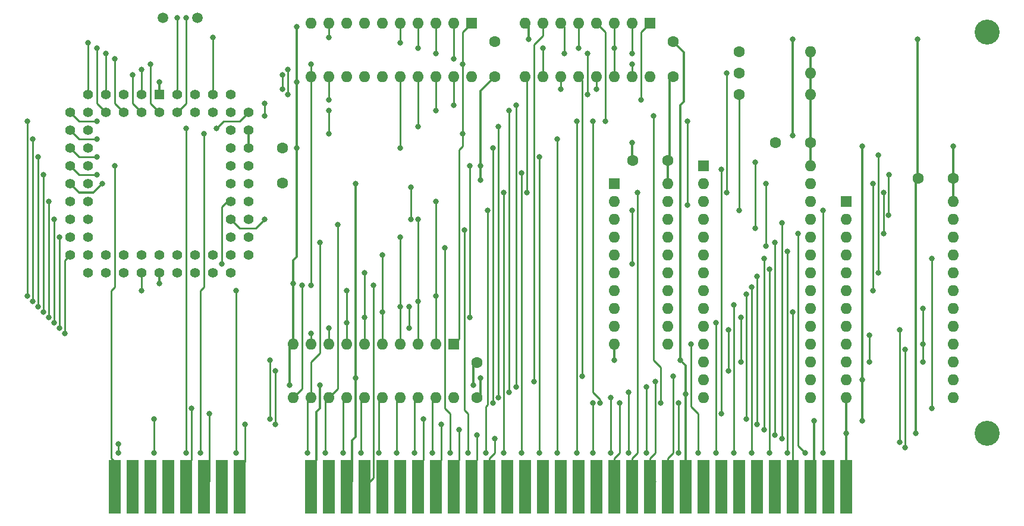
<source format=gbr>
G04 #@! TF.GenerationSoftware,KiCad,Pcbnew,(5.1.8)-1*
G04 #@! TF.CreationDate,2021-11-26T20:47:01-07:00*
G04 #@! TF.ProjectId,80188,38303138-382e-46b6-9963-61645f706362,rev?*
G04 #@! TF.SameCoordinates,Original*
G04 #@! TF.FileFunction,Copper,L2,Bot*
G04 #@! TF.FilePolarity,Positive*
%FSLAX46Y46*%
G04 Gerber Fmt 4.6, Leading zero omitted, Abs format (unit mm)*
G04 Created by KiCad (PCBNEW (5.1.8)-1) date 2021-11-26 20:47:01*
%MOMM*%
%LPD*%
G01*
G04 APERTURE LIST*
G04 #@! TA.AperFunction,ComponentPad*
%ADD10O,1.600000X1.600000*%
G04 #@! TD*
G04 #@! TA.AperFunction,ComponentPad*
%ADD11C,1.600000*%
G04 #@! TD*
G04 #@! TA.AperFunction,ComponentPad*
%ADD12C,1.500000*%
G04 #@! TD*
G04 #@! TA.AperFunction,ComponentPad*
%ADD13C,1.422400*%
G04 #@! TD*
G04 #@! TA.AperFunction,ComponentPad*
%ADD14R,1.422400X1.422400*%
G04 #@! TD*
G04 #@! TA.AperFunction,ComponentPad*
%ADD15R,1.600000X1.600000*%
G04 #@! TD*
G04 #@! TA.AperFunction,ConnectorPad*
%ADD16R,1.780000X7.620000*%
G04 #@! TD*
G04 #@! TA.AperFunction,ComponentPad*
%ADD17C,3.556000*%
G04 #@! TD*
G04 #@! TA.AperFunction,ViaPad*
%ADD18C,0.800000*%
G04 #@! TD*
G04 #@! TA.AperFunction,Conductor*
%ADD19C,0.330200*%
G04 #@! TD*
G04 #@! TA.AperFunction,Conductor*
%ADD20C,0.250000*%
G04 #@! TD*
G04 APERTURE END LIST*
D10*
G04 #@! TO.P,R2,2*
G04 #@! TO.N,/5+*
X156456380Y-73888600D03*
D11*
G04 #@! TO.P,R2,1*
G04 #@! TO.N,/INTA*
X146296380Y-73888600D03*
G04 #@! TD*
D12*
G04 #@! TO.P,Y1,2*
G04 #@! TO.N,/X1*
X69154380Y-62966600D03*
G04 #@! TO.P,Y1,1*
G04 #@! TO.N,/X2*
X64254380Y-62966600D03*
G04 #@! TD*
D13*
G04 #@! TO.P,80188,51*
G04 #@! TO.N,/HOLDA*
X76446380Y-76428600D03*
G04 #@! TO.P,80188,49*
G04 #@! TO.N,/GND*
X76446380Y-78968600D03*
G04 #@! TO.P,80188,47*
X76446380Y-81508600D03*
G04 #@! TO.P,80188,45*
G04 #@! TO.N,/INTR*
X76446380Y-84048600D03*
G04 #@! TO.P,80188,43*
G04 #@! TO.N,/5+*
X76446380Y-86588600D03*
G04 #@! TO.P,80188,41*
G04 #@! TO.N,N/C*
X76446380Y-89128600D03*
G04 #@! TO.P,80188,39*
G04 #@! TO.N,/DEN*
X76446380Y-91668600D03*
G04 #@! TO.P,80188,37*
G04 #@! TO.N,N/C*
X76446380Y-94208600D03*
G04 #@! TO.P,80188,52*
X73906380Y-73888600D03*
G04 #@! TO.P,80188,50*
G04 #@! TO.N,/HOLD*
X73906380Y-78968600D03*
G04 #@! TO.P,80188,48*
G04 #@! TO.N,N/C*
X73906380Y-81508600D03*
G04 #@! TO.P,80188,46*
G04 #@! TO.N,/NMI*
X73906380Y-84048600D03*
G04 #@! TO.P,80188,44*
G04 #@! TO.N,/5+*
X73906380Y-86588600D03*
G04 #@! TO.P,80188,42*
G04 #@! TO.N,/INTA*
X73906380Y-89128600D03*
G04 #@! TO.P,80188,40*
G04 #@! TO.N,/DTR*
X73906380Y-91668600D03*
G04 #@! TO.P,80188,38*
G04 #@! TO.N,N/C*
X73906380Y-94208600D03*
G04 #@! TO.P,80188,36*
X73906380Y-96748600D03*
G04 #@! TO.P,80188,34*
X73906380Y-99288600D03*
G04 #@! TO.P,80188,32*
X71366380Y-99288600D03*
G04 #@! TO.P,80188,30*
X68826380Y-99288600D03*
G04 #@! TO.P,80188,28*
X66286380Y-99288600D03*
G04 #@! TO.P,80188,26*
G04 #@! TO.N,/GND*
X63746380Y-99288600D03*
G04 #@! TO.P,80188,24*
G04 #@! TO.N,/RESET*
X61206380Y-99288600D03*
G04 #@! TO.P,80188,22*
G04 #@! TO.N,N/C*
X58666380Y-99288600D03*
G04 #@! TO.P,80188,20*
X56126380Y-99288600D03*
G04 #@! TO.P,80188,18*
X53586380Y-99288600D03*
G04 #@! TO.P,80188,35*
X76446380Y-96748600D03*
G04 #@! TO.P,80188,33*
X71366380Y-96748600D03*
G04 #@! TO.P,80188,31*
X68826380Y-96748600D03*
G04 #@! TO.P,80188,29*
X66286380Y-96748600D03*
G04 #@! TO.P,80188,27*
X63746380Y-96748600D03*
G04 #@! TO.P,80188,25*
X61206380Y-96748600D03*
G04 #@! TO.P,80188,23*
X58666380Y-96748600D03*
G04 #@! TO.P,80188,21*
X56126380Y-96748600D03*
G04 #@! TO.P,80188,19*
X53586380Y-96748600D03*
G04 #@! TO.P,80188,17*
G04 #@! TO.N,/AD0*
X51046380Y-96748600D03*
G04 #@! TO.P,80188,15*
G04 #@! TO.N,/AD1*
X51046380Y-94208600D03*
G04 #@! TO.P,80188,13*
G04 #@! TO.N,/AD2*
X51046380Y-91668600D03*
G04 #@! TO.P,80188,11*
G04 #@! TO.N,/AD3*
X51046380Y-89128600D03*
G04 #@! TO.P,80188,9*
G04 #@! TO.N,/5+*
X51046380Y-86588600D03*
G04 #@! TO.P,80188,7*
G04 #@! TO.N,/A12*
X51046380Y-84048600D03*
G04 #@! TO.P,80188,5*
G04 #@! TO.N,/A13*
X51046380Y-81508600D03*
G04 #@! TO.P,80188,3*
G04 #@! TO.N,/A14*
X51046380Y-78968600D03*
G04 #@! TO.P,80188,1*
G04 #@! TO.N,/A15*
X51046380Y-76428600D03*
G04 #@! TO.P,80188,16*
G04 #@! TO.N,/A8*
X53586380Y-94208600D03*
G04 #@! TO.P,80188,14*
G04 #@! TO.N,/A9*
X53586380Y-91668600D03*
G04 #@! TO.P,80188,12*
G04 #@! TO.N,/A10*
X53586380Y-89128600D03*
G04 #@! TO.P,80188,10*
G04 #@! TO.N,/A11*
X53586380Y-86588600D03*
G04 #@! TO.P,80188,8*
G04 #@! TO.N,/AD4*
X53586380Y-84048600D03*
G04 #@! TO.P,80188,6*
G04 #@! TO.N,/AD5*
X53586380Y-81508600D03*
G04 #@! TO.P,80188,4*
G04 #@! TO.N,/AD6*
X53586380Y-78968600D03*
G04 #@! TO.P,80188,2*
G04 #@! TO.N,/AD7*
X53586380Y-76428600D03*
G04 #@! TO.P,80188,54*
G04 #@! TO.N,/S2*
X71366380Y-73888600D03*
G04 #@! TO.P,80188,56*
G04 #@! TO.N,N/C*
X68826380Y-73888600D03*
G04 #@! TO.P,80188,58*
G04 #@! TO.N,/X2*
X66286380Y-73888600D03*
G04 #@! TO.P,80188,68*
G04 #@! TO.N,/A16_*
X53586380Y-73888600D03*
G04 #@! TO.P,80188,66*
G04 #@! TO.N,/A18_*
X56126380Y-73888600D03*
G04 #@! TO.P,80188,64*
G04 #@! TO.N,N/C*
X58666380Y-73888600D03*
G04 #@! TO.P,80188,62*
G04 #@! TO.N,/RD*
X61206380Y-73888600D03*
D14*
G04 #@! TO.P,80188,60*
G04 #@! TO.N,/GND*
X63746380Y-73888600D03*
D13*
G04 #@! TO.P,80188,53*
G04 #@! TO.N,N/C*
X73906380Y-76428600D03*
G04 #@! TO.P,80188,55*
G04 #@! TO.N,/RDY1*
X71366380Y-76428600D03*
G04 #@! TO.P,80188,57*
G04 #@! TO.N,N/C*
X68826380Y-76428600D03*
G04 #@! TO.P,80188,59*
G04 #@! TO.N,/X1*
X66286380Y-76428600D03*
G04 #@! TO.P,80188,67*
G04 #@! TO.N,/A17_*
X56126380Y-76428600D03*
G04 #@! TO.P,80188,65*
G04 #@! TO.N,/A19_*
X58666380Y-76428600D03*
G04 #@! TO.P,80188,63*
G04 #@! TO.N,/WR*
X61206380Y-76428600D03*
G04 #@! TO.P,80188,61*
G04 #@! TO.N,/ALE*
X63746380Y-76428600D03*
G04 #@! TD*
D10*
G04 #@! TO.P,U8,16*
G04 #@! TO.N,/5+*
X133596380Y-71348600D03*
G04 #@! TO.P,U8,8*
G04 #@! TO.N,/GND*
X115816380Y-63728600D03*
G04 #@! TO.P,U8,15*
G04 #@! TO.N,/HOLDA*
X131056380Y-71348600D03*
G04 #@! TO.P,U8,7*
G04 #@! TO.N,/MRD*
X118356380Y-63728600D03*
G04 #@! TO.P,U8,14*
G04 #@! TO.N,/PU1*
X128516380Y-71348600D03*
G04 #@! TO.P,U8,6*
G04 #@! TO.N,/RD*
X120896380Y-63728600D03*
G04 #@! TO.P,U8,13*
G04 #@! TO.N,/WR*
X125976380Y-71348600D03*
G04 #@! TO.P,U8,5*
G04 #@! TO.N,/PU1*
X123436380Y-63728600D03*
G04 #@! TO.P,U8,12*
G04 #@! TO.N,/MWR*
X123436380Y-71348600D03*
G04 #@! TO.P,U8,4*
G04 #@! TO.N,/IORD*
X125976380Y-63728600D03*
G04 #@! TO.P,U8,11*
G04 #@! TO.N,/WR*
X120896380Y-71348600D03*
G04 #@! TO.P,U8,3*
G04 #@! TO.N,/PU1*
X128516380Y-63728600D03*
G04 #@! TO.P,U8,10*
X118356380Y-71348600D03*
G04 #@! TO.P,U8,2*
G04 #@! TO.N,/RD*
X131056380Y-63728600D03*
G04 #@! TO.P,U8,9*
G04 #@! TO.N,/IOWR*
X115816380Y-71348600D03*
D15*
G04 #@! TO.P,U8,1*
G04 #@! TO.N,/IO_M*
X133596380Y-63728600D03*
G04 #@! TD*
D10*
G04 #@! TO.P,U7,24*
G04 #@! TO.N,/5+*
X176776380Y-89128600D03*
G04 #@! TO.P,U7,12*
G04 #@! TO.N,/GND*
X161536380Y-117068600D03*
G04 #@! TO.P,U7,23*
G04 #@! TO.N,/IOWR*
X176776380Y-91668600D03*
G04 #@! TO.P,U7,11*
G04 #@! TO.N,/5+*
X161536380Y-114528600D03*
G04 #@! TO.P,U7,22*
G04 #@! TO.N,/IORD*
X176776380Y-94208600D03*
G04 #@! TO.P,U7,10*
G04 #@! TO.N,/IRQ0*
X161536380Y-111988600D03*
G04 #@! TO.P,U7,21*
G04 #@! TO.N,/IO_004X*
X176776380Y-96748600D03*
G04 #@! TO.P,U7,9*
G04 #@! TO.N,/HF_PCLK*
X161536380Y-109448600D03*
G04 #@! TO.P,U7,20*
G04 #@! TO.N,/A1*
X176776380Y-99288600D03*
G04 #@! TO.P,U7,8*
G04 #@! TO.N,/D0*
X161536380Y-106908600D03*
G04 #@! TO.P,U7,19*
G04 #@! TO.N,/A0*
X176776380Y-101828600D03*
G04 #@! TO.P,U7,7*
G04 #@! TO.N,/D1*
X161536380Y-104368600D03*
G04 #@! TO.P,U7,18*
G04 #@! TO.N,/HF_PCLK*
X176776380Y-104368600D03*
G04 #@! TO.P,U7,6*
G04 #@! TO.N,/D2*
X161536380Y-101828600D03*
G04 #@! TO.P,U7,17*
G04 #@! TO.N,/SPK_OUT*
X176776380Y-106908600D03*
G04 #@! TO.P,U7,5*
G04 #@! TO.N,/D3*
X161536380Y-99288600D03*
G04 #@! TO.P,U7,16*
G04 #@! TO.N,/SPK_GO*
X176776380Y-109448600D03*
G04 #@! TO.P,U7,4*
G04 #@! TO.N,/D4*
X161536380Y-96748600D03*
G04 #@! TO.P,U7,15*
G04 #@! TO.N,/HF_PCLK*
X176776380Y-111988600D03*
G04 #@! TO.P,U7,3*
G04 #@! TO.N,/D5*
X161536380Y-94208600D03*
G04 #@! TO.P,U7,14*
G04 #@! TO.N,/5+*
X176776380Y-114528600D03*
G04 #@! TO.P,U7,2*
G04 #@! TO.N,/D6*
X161536380Y-91668600D03*
G04 #@! TO.P,U7,13*
G04 #@! TO.N,Net-(U7-Pad13)*
X176776380Y-117068600D03*
D15*
G04 #@! TO.P,U7,1*
G04 #@! TO.N,/D7*
X161536380Y-89128600D03*
G04 #@! TD*
D10*
G04 #@! TO.P,U6,28*
G04 #@! TO.N,/5+*
X156456380Y-84048600D03*
G04 #@! TO.P,U6,14*
G04 #@! TO.N,/GND*
X141216380Y-117068600D03*
G04 #@! TO.P,U6,27*
G04 #@! TO.N,/A0*
X156456380Y-86588600D03*
G04 #@! TO.P,U6,13*
G04 #@! TO.N,Net-(U6-Pad13)*
X141216380Y-114528600D03*
G04 #@! TO.P,U6,26*
G04 #@! TO.N,/INTA*
X156456380Y-89128600D03*
G04 #@! TO.P,U6,12*
G04 #@! TO.N,Net-(U6-Pad12)*
X141216380Y-111988600D03*
G04 #@! TO.P,U6,25*
G04 #@! TO.N,/IRQ7*
X156456380Y-91668600D03*
G04 #@! TO.P,U6,11*
G04 #@! TO.N,/D0*
X141216380Y-109448600D03*
G04 #@! TO.P,U6,24*
G04 #@! TO.N,/IRQ6*
X156456380Y-94208600D03*
G04 #@! TO.P,U6,10*
G04 #@! TO.N,/D1*
X141216380Y-106908600D03*
G04 #@! TO.P,U6,23*
G04 #@! TO.N,/IRQ5*
X156456380Y-96748600D03*
G04 #@! TO.P,U6,9*
G04 #@! TO.N,/D2*
X141216380Y-104368600D03*
G04 #@! TO.P,U6,22*
G04 #@! TO.N,/IRQ4*
X156456380Y-99288600D03*
G04 #@! TO.P,U6,8*
G04 #@! TO.N,/D3*
X141216380Y-101828600D03*
G04 #@! TO.P,U6,21*
G04 #@! TO.N,/IRQ3*
X156456380Y-101828600D03*
G04 #@! TO.P,U6,7*
G04 #@! TO.N,/D4*
X141216380Y-99288600D03*
G04 #@! TO.P,U6,20*
G04 #@! TO.N,/IRQ2*
X156456380Y-104368600D03*
G04 #@! TO.P,U6,6*
G04 #@! TO.N,/D5*
X141216380Y-96748600D03*
G04 #@! TO.P,U6,19*
G04 #@! TO.N,/IRQ1*
X156456380Y-106908600D03*
G04 #@! TO.P,U6,5*
G04 #@! TO.N,/D6*
X141216380Y-94208600D03*
G04 #@! TO.P,U6,18*
G04 #@! TO.N,/IRQ0*
X156456380Y-109448600D03*
G04 #@! TO.P,U6,4*
G04 #@! TO.N,/D7*
X141216380Y-91668600D03*
G04 #@! TO.P,U6,17*
G04 #@! TO.N,/INTR*
X156456380Y-111988600D03*
G04 #@! TO.P,U6,3*
G04 #@! TO.N,/IORD*
X141216380Y-89128600D03*
G04 #@! TO.P,U6,16*
G04 #@! TO.N,/5+*
X156456380Y-114528600D03*
G04 #@! TO.P,U6,2*
G04 #@! TO.N,/IOWR*
X141216380Y-86588600D03*
G04 #@! TO.P,U6,15*
G04 #@! TO.N,Net-(U6-Pad15)*
X156456380Y-117068600D03*
D15*
G04 #@! TO.P,U6,1*
G04 #@! TO.N,/IO_002X*
X141216380Y-84048600D03*
G04 #@! TD*
D10*
G04 #@! TO.P,R5,2*
G04 #@! TO.N,/5+*
X156456380Y-67792600D03*
D11*
G04 #@! TO.P,R5,1*
G04 #@! TO.N,/PU1*
X146296380Y-67792600D03*
G04 #@! TD*
D10*
G04 #@! TO.P,R1,2*
G04 #@! TO.N,/5+*
X156456380Y-70840600D03*
D11*
G04 #@! TO.P,R1,1*
G04 #@! TO.N,/DEN*
X146296380Y-70840600D03*
G04 #@! TD*
G04 #@! TO.P,C8,2*
G04 #@! TO.N,/5+*
X136898380Y-71348600D03*
G04 #@! TO.P,C8,1*
G04 #@! TO.N,/GND*
X136898380Y-66348600D03*
G04 #@! TD*
G04 #@! TO.P,C7,2*
G04 #@! TO.N,/5+*
X156456380Y-80746600D03*
G04 #@! TO.P,C7,1*
G04 #@! TO.N,/GND*
X151456380Y-80746600D03*
G04 #@! TD*
G04 #@! TO.P,C6,2*
G04 #@! TO.N,/5+*
X176776380Y-85826600D03*
G04 #@! TO.P,C6,1*
G04 #@! TO.N,/GND*
X171776380Y-85826600D03*
G04 #@! TD*
G04 #@! TO.P,C5,2*
G04 #@! TO.N,/5+*
X81272380Y-86508600D03*
G04 #@! TO.P,C5,1*
G04 #@! TO.N,/GND*
X81272380Y-81508600D03*
G04 #@! TD*
D16*
G04 #@! TO.P,J1,8*
G04 #@! TO.N,/NMI*
X57396380Y-129768600D03*
G04 #@! TO.P,J1,7*
G04 #@! TO.N,Net-(J1-Pad7)*
X59936380Y-129768600D03*
G04 #@! TO.P,J1,6*
G04 #@! TO.N,/IO_008X*
X62476380Y-129768600D03*
G04 #@! TO.P,J1,5*
G04 #@! TO.N,/IO_006X*
X65016380Y-129768600D03*
G04 #@! TO.P,J1,4*
G04 #@! TO.N,/IO_004X*
X67556380Y-129768600D03*
G04 #@! TO.P,J1,3*
G04 #@! TO.N,/IO_002X*
X70096380Y-129768600D03*
G04 #@! TO.P,J1,2*
G04 #@! TO.N,/IO_000X*
X72636380Y-129768600D03*
G04 #@! TO.P,J1,1*
G04 #@! TO.N,/IRQ1*
X75176380Y-129768600D03*
G04 #@! TD*
D10*
G04 #@! TO.P,U4,20*
G04 #@! TO.N,/5+*
X136136380Y-86588600D03*
G04 #@! TO.P,U4,10*
G04 #@! TO.N,/GND*
X128516380Y-109448600D03*
G04 #@! TO.P,U4,19*
G04 #@! TO.N,/DEN*
X136136380Y-89128600D03*
G04 #@! TO.P,U4,9*
G04 #@! TO.N,/AD0*
X128516380Y-106908600D03*
G04 #@! TO.P,U4,18*
G04 #@! TO.N,/D7*
X136136380Y-91668600D03*
G04 #@! TO.P,U4,8*
G04 #@! TO.N,/AD1*
X128516380Y-104368600D03*
G04 #@! TO.P,U4,17*
G04 #@! TO.N,/D6*
X136136380Y-94208600D03*
G04 #@! TO.P,U4,7*
G04 #@! TO.N,/AD2*
X128516380Y-101828600D03*
G04 #@! TO.P,U4,16*
G04 #@! TO.N,/D5*
X136136380Y-96748600D03*
G04 #@! TO.P,U4,6*
G04 #@! TO.N,/AD3*
X128516380Y-99288600D03*
G04 #@! TO.P,U4,15*
G04 #@! TO.N,/D4*
X136136380Y-99288600D03*
G04 #@! TO.P,U4,5*
G04 #@! TO.N,/AD4*
X128516380Y-96748600D03*
G04 #@! TO.P,U4,14*
G04 #@! TO.N,/D3*
X136136380Y-101828600D03*
G04 #@! TO.P,U4,4*
G04 #@! TO.N,/AD5*
X128516380Y-94208600D03*
G04 #@! TO.P,U4,13*
G04 #@! TO.N,/D2*
X136136380Y-104368600D03*
G04 #@! TO.P,U4,3*
G04 #@! TO.N,/AD6*
X128516380Y-91668600D03*
G04 #@! TO.P,U4,12*
G04 #@! TO.N,/D1*
X136136380Y-106908600D03*
G04 #@! TO.P,U4,2*
G04 #@! TO.N,/AD7*
X128516380Y-89128600D03*
G04 #@! TO.P,U4,11*
G04 #@! TO.N,/D0*
X136136380Y-109448600D03*
D15*
G04 #@! TO.P,U4,1*
G04 #@! TO.N,/DTR*
X128516380Y-86588600D03*
G04 #@! TD*
D10*
G04 #@! TO.P,U3,20*
G04 #@! TO.N,/5+*
X108196380Y-71348600D03*
G04 #@! TO.P,U3,10*
G04 #@! TO.N,/GND*
X85336380Y-63728600D03*
G04 #@! TO.P,U3,19*
G04 #@! TO.N,/A19*
X105656380Y-71348600D03*
G04 #@! TO.P,U3,9*
G04 #@! TO.N,/S2*
X87876380Y-63728600D03*
G04 #@! TO.P,U3,18*
G04 #@! TO.N,/A18*
X103116380Y-71348600D03*
G04 #@! TO.P,U3,8*
G04 #@! TO.N,Net-(U3-Pad8)*
X90416380Y-63728600D03*
G04 #@! TO.P,U3,17*
G04 #@! TO.N,/A17*
X100576380Y-71348600D03*
G04 #@! TO.P,U3,7*
G04 #@! TO.N,Net-(U3-Pad7)*
X92956380Y-63728600D03*
G04 #@! TO.P,U3,16*
G04 #@! TO.N,/A16*
X98036380Y-71348600D03*
G04 #@! TO.P,U3,6*
G04 #@! TO.N,Net-(U3-Pad6)*
X95496380Y-63728600D03*
G04 #@! TO.P,U3,15*
G04 #@! TO.N,Net-(U3-Pad15)*
X95496380Y-71348600D03*
G04 #@! TO.P,U3,5*
G04 #@! TO.N,/A16_*
X98036380Y-63728600D03*
G04 #@! TO.P,U3,14*
G04 #@! TO.N,Net-(U3-Pad14)*
X92956380Y-71348600D03*
G04 #@! TO.P,U3,4*
G04 #@! TO.N,/A17_*
X100576380Y-63728600D03*
G04 #@! TO.P,U3,13*
G04 #@! TO.N,Net-(U3-Pad13)*
X90416380Y-71348600D03*
G04 #@! TO.P,U3,3*
G04 #@! TO.N,/A18_*
X103116380Y-63728600D03*
G04 #@! TO.P,U3,12*
G04 #@! TO.N,/IO_M*
X87876380Y-71348600D03*
G04 #@! TO.P,U3,2*
G04 #@! TO.N,/A19_*
X105656380Y-63728600D03*
G04 #@! TO.P,U3,11*
G04 #@! TO.N,/ALE*
X85336380Y-71348600D03*
D15*
G04 #@! TO.P,U3,1*
G04 #@! TO.N,/HOLDA*
X108196380Y-63728600D03*
G04 #@! TD*
D10*
G04 #@! TO.P,U2,20*
G04 #@! TO.N,/5+*
X105656380Y-117068600D03*
G04 #@! TO.P,U2,10*
G04 #@! TO.N,/GND*
X82796380Y-109448600D03*
G04 #@! TO.P,U2,19*
G04 #@! TO.N,/A7*
X103116380Y-117068600D03*
G04 #@! TO.P,U2,9*
G04 #@! TO.N,/AD0*
X85336380Y-109448600D03*
G04 #@! TO.P,U2,18*
G04 #@! TO.N,/A6*
X100576380Y-117068600D03*
G04 #@! TO.P,U2,8*
G04 #@! TO.N,/AD1*
X87876380Y-109448600D03*
G04 #@! TO.P,U2,17*
G04 #@! TO.N,/A5*
X98036380Y-117068600D03*
G04 #@! TO.P,U2,7*
G04 #@! TO.N,/AD2*
X90416380Y-109448600D03*
G04 #@! TO.P,U2,16*
G04 #@! TO.N,/A4*
X95496380Y-117068600D03*
G04 #@! TO.P,U2,6*
G04 #@! TO.N,/AD3*
X92956380Y-109448600D03*
G04 #@! TO.P,U2,15*
G04 #@! TO.N,/A3*
X92956380Y-117068600D03*
G04 #@! TO.P,U2,5*
G04 #@! TO.N,/AD4*
X95496380Y-109448600D03*
G04 #@! TO.P,U2,14*
G04 #@! TO.N,/A2*
X90416380Y-117068600D03*
G04 #@! TO.P,U2,4*
G04 #@! TO.N,/AD5*
X98036380Y-109448600D03*
G04 #@! TO.P,U2,13*
G04 #@! TO.N,/A1*
X87876380Y-117068600D03*
G04 #@! TO.P,U2,3*
G04 #@! TO.N,/AD6*
X100576380Y-109448600D03*
G04 #@! TO.P,U2,12*
G04 #@! TO.N,/A0*
X85336380Y-117068600D03*
G04 #@! TO.P,U2,2*
G04 #@! TO.N,/AD7*
X103116380Y-109448600D03*
G04 #@! TO.P,U2,11*
G04 #@! TO.N,/ALE*
X82796380Y-117068600D03*
D15*
G04 #@! TO.P,U2,1*
G04 #@! TO.N,/HOLDA*
X105656380Y-109448600D03*
G04 #@! TD*
D11*
G04 #@! TO.P,C4,2*
G04 #@! TO.N,/5+*
X136136380Y-83286600D03*
G04 #@! TO.P,C4,1*
G04 #@! TO.N,/GND*
X131136380Y-83286600D03*
G04 #@! TD*
G04 #@! TO.P,C3,2*
G04 #@! TO.N,/5+*
X111498380Y-71348600D03*
G04 #@! TO.P,C3,1*
G04 #@! TO.N,/GND*
X111498380Y-66348600D03*
G04 #@! TD*
G04 #@! TO.P,C2,2*
G04 #@! TO.N,/5+*
X108958380Y-117068600D03*
G04 #@! TO.P,C2,1*
G04 #@! TO.N,/GND*
X108958380Y-112068600D03*
G04 #@! TD*
D16*
G04 #@! TO.P,J9,31*
G04 #@! TO.N,/GND*
X85336380Y-129768600D03*
G04 #@! TO.P,J9,30*
G04 #@! TO.N,/OSC88*
X87876380Y-129768600D03*
G04 #@! TO.P,J9,29*
G04 #@! TO.N,/5+*
X90416380Y-129768600D03*
G04 #@! TO.P,J9,28*
G04 #@! TO.N,/ALE*
X92956380Y-129768600D03*
G04 #@! TO.P,J9,27*
G04 #@! TO.N,/TC*
X95496380Y-129768600D03*
G04 #@! TO.P,J9,26*
G04 #@! TO.N,/DACK2*
X98036380Y-129768600D03*
G04 #@! TO.P,J9,25*
G04 #@! TO.N,/IRQ3*
X100576380Y-129768600D03*
G04 #@! TO.P,J9,24*
G04 #@! TO.N,/IRQ4*
X103116380Y-129768600D03*
G04 #@! TO.P,J9,23*
G04 #@! TO.N,/IRQ5*
X105656380Y-129768600D03*
G04 #@! TO.P,J9,22*
G04 #@! TO.N,/IRQ6*
X108196380Y-129768600D03*
G04 #@! TO.P,J9,21*
G04 #@! TO.N,/IRQ7*
X110736380Y-129768600D03*
G04 #@! TO.P,J9,20*
G04 #@! TO.N,/CLK88*
X113276380Y-129768600D03*
G04 #@! TO.P,J9,19*
G04 #@! TO.N,/REFRQ*
X115816380Y-129768600D03*
G04 #@! TO.P,J9,18*
G04 #@! TO.N,/DRQ1*
X118356380Y-129768600D03*
G04 #@! TO.P,J9,17*
G04 #@! TO.N,/DACK1*
X120896380Y-129768600D03*
G04 #@! TO.P,J9,16*
G04 #@! TO.N,/DRQ3*
X123436380Y-129768600D03*
G04 #@! TO.P,J9,15*
G04 #@! TO.N,/DACK3*
X125976380Y-129768600D03*
G04 #@! TO.P,J9,14*
G04 #@! TO.N,/IORD*
X128516380Y-129768600D03*
G04 #@! TO.P,J9,13*
G04 #@! TO.N,/IOWR*
X131056380Y-129768600D03*
G04 #@! TO.P,J9,12*
G04 #@! TO.N,/MRD*
X133596380Y-129768600D03*
G04 #@! TO.P,J9,11*
G04 #@! TO.N,/MWR*
X136136380Y-129768600D03*
G04 #@! TO.P,J9,10*
G04 #@! TO.N,/GND*
X138676380Y-129768600D03*
G04 #@! TO.P,J9,9*
G04 #@! TO.N,/12+*
X141216380Y-129768600D03*
G04 #@! TO.P,J9,8*
G04 #@! TO.N,/NC*
X143756380Y-129768600D03*
G04 #@! TO.P,J9,7*
G04 #@! TO.N,/12-*
X146296380Y-129768600D03*
G04 #@! TO.P,J9,6*
G04 #@! TO.N,/DRQ2*
X148836380Y-129768600D03*
G04 #@! TO.P,J9,5*
G04 #@! TO.N,/5-*
X151376380Y-129768600D03*
G04 #@! TO.P,J9,4*
G04 #@! TO.N,/IRQ2*
X153916380Y-129768600D03*
G04 #@! TO.P,J9,3*
G04 #@! TO.N,/5+*
X156456380Y-129768600D03*
G04 #@! TO.P,J9,2*
G04 #@! TO.N,/RESOUT*
X158996380Y-129768600D03*
G04 #@! TO.P,J9,1*
G04 #@! TO.N,/GND*
X161536380Y-129768600D03*
G04 #@! TD*
D17*
G04 #@! TO.P,R,1*
G04 #@! TO.N,/GND*
X181602380Y-122148600D03*
G04 #@! TD*
G04 #@! TO.P,R,1*
G04 #@! TO.N,/GND*
X181602380Y-64998600D03*
G04 #@! TD*
D18*
G04 #@! TO.N,/5+*
X55618380Y-86588600D03*
X156964380Y-120370600D03*
X163822380Y-120370600D03*
X163822380Y-114528600D03*
X176776380Y-81254600D03*
X109466380Y-84048600D03*
X109466380Y-114274596D03*
X163822380Y-81254600D03*
X91686384Y-114274596D03*
X91686384Y-86588604D03*
X109466380Y-86080600D03*
G04 #@! TO.N,/GND*
X161536380Y-122148600D03*
X108450380Y-115290600D03*
X82288380Y-115290600D03*
X153916380Y-66014600D03*
X116324380Y-66014600D03*
X128516380Y-111734600D03*
X137914380Y-111734600D03*
X171696380Y-66014600D03*
X171442380Y-122148600D03*
X86606380Y-115290600D03*
X153916380Y-79730600D03*
X131056380Y-80746600D03*
X138676380Y-116560600D03*
X83304380Y-64236600D03*
X82796380Y-100812600D03*
X63746380Y-100812600D03*
X83304380Y-81508600D03*
X63746380Y-72110600D03*
X83304380Y-72110600D03*
G04 #@! TO.N,/IRQ2*
X153916380Y-104876600D03*
G04 #@! TO.N,/IRQ7*
X152392380Y-92176600D03*
X111498380Y-122910600D03*
X152392380Y-122910600D03*
G04 #@! TO.N,/IRQ6*
X108958380Y-122402600D03*
X151376380Y-94970600D03*
X151376380Y-122402600D03*
G04 #@! TO.N,/IRQ5*
X106418380Y-121640600D03*
X149852380Y-121640600D03*
X149852380Y-97256600D03*
G04 #@! TO.N,/IRQ4*
X103878380Y-120878600D03*
X148836380Y-120878600D03*
X148836380Y-99796600D03*
G04 #@! TO.N,/IRQ3*
X101338380Y-120116600D03*
X147312380Y-120116600D03*
X147312380Y-102336600D03*
G04 #@! TO.N,/ALE*
X94226380Y-101066600D03*
X85336398Y-101066600D03*
X84066380Y-101066600D03*
X85336380Y-69570600D03*
X62476380Y-69570600D03*
G04 #@! TO.N,/D7*
X158234380Y-124942600D03*
X158234380Y-90398600D03*
G04 #@! TO.N,/D6*
X155694380Y-124942600D03*
X154678380Y-93700600D03*
G04 #@! TO.N,/D5*
X153154380Y-124942600D03*
X153154380Y-96240600D03*
G04 #@! TO.N,/D4*
X150614380Y-124942600D03*
X150614380Y-98780600D03*
G04 #@! TO.N,/D3*
X148074380Y-124942600D03*
X148074380Y-101320600D03*
G04 #@! TO.N,/D2*
X145534380Y-124942600D03*
X145534380Y-103860600D03*
G04 #@! TO.N,/D1*
X142994380Y-124942600D03*
X142994380Y-106400600D03*
G04 #@! TO.N,/D0*
X140454380Y-124942600D03*
X139438380Y-109448600D03*
G04 #@! TO.N,/RDY1*
X137660380Y-124942600D03*
X137660380Y-117830600D03*
X135120380Y-117830600D03*
X134104380Y-76936600D03*
X78732380Y-76936600D03*
X78732380Y-75158600D03*
G04 #@! TO.N,/A19*
X133088380Y-124942600D03*
X105656366Y-75412600D03*
X114546380Y-115544600D03*
X133088380Y-115544610D03*
X114546380Y-75412600D03*
G04 #@! TO.N,/A18*
X130548380Y-124942600D03*
X113530380Y-116306602D03*
X130548380Y-116306592D03*
X103116380Y-76174600D03*
X113530380Y-76174600D03*
G04 #@! TO.N,/A17*
X128008380Y-124942600D03*
X128008380Y-117068592D03*
X112006380Y-117068600D03*
X112006380Y-78460600D03*
X100576380Y-78460600D03*
G04 #@! TO.N,/A16*
X125468380Y-124942600D03*
X98036388Y-81508600D03*
X111244380Y-81508600D03*
X111244380Y-117830600D03*
X125468380Y-117830600D03*
G04 #@! TO.N,/A15*
X123182380Y-124942600D03*
X54856380Y-77698600D03*
X123182380Y-77698600D03*
G04 #@! TO.N,/A14*
X120388380Y-124942600D03*
X54856380Y-80238600D03*
X120388380Y-80238600D03*
G04 #@! TO.N,/A13*
X117848380Y-124942600D03*
X54856380Y-82778600D03*
X117848380Y-82778600D03*
G04 #@! TO.N,/A12*
X115308380Y-124942600D03*
X54856380Y-85318600D03*
X115308380Y-85064600D03*
G04 #@! TO.N,/A11*
X112768380Y-124942600D03*
X112768380Y-87858600D03*
G04 #@! TO.N,/A10*
X110228380Y-124942600D03*
X110482380Y-90398600D03*
G04 #@! TO.N,/A9*
X107688380Y-124942600D03*
X107180380Y-93192600D03*
G04 #@! TO.N,/A8*
X105148380Y-124942600D03*
X104386380Y-95732600D03*
G04 #@! TO.N,/A7*
X102608380Y-124942600D03*
G04 #@! TO.N,/A6*
X100068380Y-124942600D03*
G04 #@! TO.N,/A5*
X97528380Y-124942600D03*
G04 #@! TO.N,/A4*
X94988380Y-124942600D03*
G04 #@! TO.N,/A3*
X92448380Y-124942600D03*
G04 #@! TO.N,/A2*
X89908380Y-124942600D03*
G04 #@! TO.N,/A1*
X87368380Y-124942600D03*
X148582380Y-92938600D03*
X148582380Y-83540600D03*
X166108380Y-82524600D03*
X166108380Y-99288600D03*
X89146380Y-92430600D03*
G04 #@! TO.N,/A0*
X84828380Y-124942600D03*
X150106380Y-86588600D03*
X150106380Y-95478600D03*
X165346380Y-86588600D03*
X165346380Y-101828600D03*
X86606380Y-94970600D03*
G04 #@! TO.N,/MWR*
X136898380Y-114020600D03*
X123944380Y-114020600D03*
G04 #@! TO.N,/MRD*
X134358380Y-114782600D03*
X117086380Y-114782600D03*
G04 #@! TO.N,/IOWR*
X167632380Y-85318590D03*
X167595381Y-91123601D03*
X131818380Y-87858600D03*
X116070380Y-87858600D03*
G04 #@! TO.N,/IORD*
X166870380Y-87858600D03*
X166870380Y-93700600D03*
X129278380Y-117830600D03*
X126484380Y-117830600D03*
X127246380Y-77698600D03*
X125468380Y-77698600D03*
X138930380Y-77698600D03*
X138930380Y-89636600D03*
G04 #@! TO.N,/AD0*
X85336380Y-107924600D03*
X50284380Y-107924600D03*
G04 #@! TO.N,/AD2*
X48760380Y-91668600D03*
X48760380Y-106400600D03*
X90416380Y-106400600D03*
X90416380Y-101828600D03*
G04 #@! TO.N,/AD4*
X95496380Y-104876600D03*
X47236380Y-104876600D03*
X47236374Y-85318600D03*
X95496380Y-96748600D03*
G04 #@! TO.N,/AD6*
X100576380Y-103352600D03*
X45712380Y-103352600D03*
X45712380Y-80238600D03*
X100576380Y-91668600D03*
G04 #@! TO.N,/AD1*
X49522380Y-94208600D03*
X49522380Y-107162600D03*
X87876380Y-107162600D03*
X99306380Y-104114600D03*
X99306380Y-107162600D03*
G04 #@! TO.N,/AD3*
X47998380Y-89128600D03*
X47998380Y-105638600D03*
X92956380Y-105638600D03*
X92956380Y-99288600D03*
G04 #@! TO.N,/AD5*
X98036380Y-104114600D03*
X46474380Y-104114600D03*
X46474380Y-82778600D03*
X98036380Y-94208600D03*
G04 #@! TO.N,/AD7*
X103116380Y-102590600D03*
X44950380Y-102590600D03*
X44950380Y-77698600D03*
X103116380Y-89128600D03*
G04 #@! TO.N,/A16_*
X98036380Y-66522600D03*
X53586380Y-66522600D03*
G04 #@! TO.N,/A18_*
X103116380Y-68046600D03*
X56126380Y-68046600D03*
G04 #@! TO.N,/A17_*
X100576380Y-67284600D03*
X54856380Y-67284600D03*
G04 #@! TO.N,/A19_*
X105656380Y-68808600D03*
X57396380Y-68808600D03*
G04 #@! TO.N,/SPK_OUT*
X57904380Y-124942600D03*
X57904368Y-123672600D03*
X169156380Y-123418600D03*
X169156380Y-107416600D03*
G04 #@! TO.N,/SPK_GO*
X169918380Y-124180600D03*
X169918380Y-110210600D03*
G04 #@! TO.N,/HF_PCLK*
X172458380Y-109448600D03*
X172458380Y-104368600D03*
X172458380Y-111988600D03*
X62984380Y-124942600D03*
X79494380Y-111734600D03*
X79494372Y-120116600D03*
X62984380Y-120116600D03*
G04 #@! TO.N,/HOLDA*
X106926380Y-69570600D03*
X131056380Y-69570600D03*
X71874380Y-78714600D03*
X67556380Y-78714600D03*
X106926380Y-79476600D03*
X87876380Y-79476600D03*
X87876380Y-76174600D03*
X67556380Y-124942600D03*
G04 #@! TO.N,/HOLD*
X69588380Y-124942600D03*
X70096380Y-79476600D03*
G04 #@! TO.N,/RESET*
X74668380Y-124942600D03*
X74668380Y-101828600D03*
X61206380Y-101828600D03*
G04 #@! TO.N,/NMI*
X57396380Y-84048600D03*
G04 #@! TO.N,/IO_004X*
X68318380Y-118592600D03*
X173728380Y-118592600D03*
X173728380Y-97256600D03*
G04 #@! TO.N,/IO_002X*
X143756380Y-119354600D03*
X143756380Y-84556600D03*
X70858380Y-119354600D03*
G04 #@! TO.N,/IRQ1*
X75938380Y-120878600D03*
X144772380Y-107416600D03*
X80256388Y-120878600D03*
X80256388Y-113258608D03*
X144772372Y-113258608D03*
G04 #@! TO.N,/DEN*
X144518380Y-87858600D03*
X144518380Y-70840600D03*
G04 #@! TO.N,/X1*
X67556380Y-62966600D03*
G04 #@! TO.N,/DTR*
X78732380Y-91668600D03*
X99560380Y-91668600D03*
X99560380Y-87096600D03*
G04 #@! TO.N,/X2*
X66286380Y-62966600D03*
G04 #@! TO.N,/PU1*
X123436380Y-67284600D03*
X128516380Y-67284600D03*
X118356380Y-67284600D03*
G04 #@! TO.N,/INTR*
X107942380Y-84048600D03*
X107942380Y-105638600D03*
X146550380Y-105638600D03*
X146550380Y-111988600D03*
G04 #@! TO.N,/RD*
X131056380Y-68046600D03*
X124706380Y-68046600D03*
X121404380Y-68046600D03*
X124706380Y-73888600D03*
X61206380Y-70332600D03*
X82034380Y-70332600D03*
X82034380Y-73888600D03*
G04 #@! TO.N,/WR*
X120896380Y-73126600D03*
X125976380Y-73126600D03*
X59936380Y-71094600D03*
X81272380Y-71094600D03*
X81272380Y-73126600D03*
G04 #@! TO.N,/IO_M*
X87876380Y-74650600D03*
X132326380Y-74650600D03*
G04 #@! TO.N,/INTA*
X72636380Y-98018600D03*
X131056380Y-98018600D03*
X131056380Y-90398600D03*
X146296380Y-90398600D03*
G04 #@! TO.N,/IRQ0*
X164838380Y-111988600D03*
X164838374Y-108178600D03*
G04 #@! TO.N,/S2*
X87876380Y-65760600D03*
X71366380Y-65760600D03*
G04 #@! TD*
D19*
G04 #@! TO.N,/5+*
X51046380Y-86588600D02*
X52316380Y-87858600D01*
X52316380Y-87858600D02*
X54348380Y-87858600D01*
X54348380Y-87858600D02*
X55618380Y-86588600D01*
X55618380Y-86588600D02*
X55618380Y-86588600D01*
X156456380Y-129768600D02*
X156456380Y-126466600D01*
X156456380Y-126466600D02*
X156964380Y-125958600D01*
X156964380Y-125958600D02*
X156964380Y-120370600D01*
X163822380Y-120370600D02*
X163822380Y-114528600D01*
X156456380Y-84048600D02*
X156456380Y-80746600D01*
X176776380Y-89128600D02*
X176776380Y-85826600D01*
X176776380Y-85826600D02*
X176776380Y-81254600D01*
X136390380Y-71856600D02*
X136898380Y-71348600D01*
X136390380Y-83032600D02*
X136390380Y-71856600D01*
X136136380Y-83286600D02*
X136390380Y-83032600D01*
X109466380Y-73380600D02*
X111498380Y-71348600D01*
X109466380Y-84048600D02*
X109466380Y-73380600D01*
X109466380Y-114274600D02*
X109466380Y-116560600D01*
X109466380Y-116560600D02*
X108958380Y-117068600D01*
X163822380Y-114528600D02*
X163822380Y-81254600D01*
X136136380Y-83286600D02*
X136136380Y-86588600D01*
X91178380Y-129006600D02*
X90416380Y-129768600D01*
X91178380Y-123164600D02*
X91178380Y-129006600D01*
X91686384Y-122656596D02*
X91178380Y-123164600D01*
X91686384Y-114274596D02*
X91686384Y-122656596D01*
X156456380Y-70840600D02*
X156456380Y-67792600D01*
X91686384Y-114274596D02*
X91686384Y-86588604D01*
X109466380Y-84048600D02*
X109466380Y-86080600D01*
X156456380Y-80746600D02*
X156456380Y-73888600D01*
X156456380Y-73888600D02*
X156456380Y-70840600D01*
G04 #@! TO.N,/GND*
X161536380Y-129768600D02*
X161536380Y-122148600D01*
X108450380Y-112576600D02*
X108958380Y-112068600D01*
X108450380Y-115290600D02*
X108450380Y-112576600D01*
X82288380Y-109956600D02*
X82796380Y-109448600D01*
X82288380Y-115290600D02*
X82288380Y-109956600D01*
X116324380Y-64236600D02*
X115816380Y-63728600D01*
X116324380Y-66014600D02*
X116324380Y-64236600D01*
X153916380Y-66014600D02*
X153916380Y-79730600D01*
X128516380Y-111734600D02*
X128516380Y-109448600D01*
X138422380Y-67872600D02*
X136898380Y-66348600D01*
X137914380Y-75412600D02*
X138422380Y-74904600D01*
X138422380Y-74904600D02*
X138422380Y-67872600D01*
X137914380Y-111734600D02*
X137914380Y-75412600D01*
X161536380Y-117068600D02*
X161536380Y-122148600D01*
X171696380Y-85746600D02*
X171696380Y-66014600D01*
X171776380Y-85826600D02*
X171696380Y-85746600D01*
X171776380Y-85826600D02*
X171776380Y-86000600D01*
X171776380Y-86000600D02*
X171442380Y-86334600D01*
X171442380Y-86334600D02*
X171442380Y-122148600D01*
X85336380Y-129768600D02*
X85336380Y-126720600D01*
X85336380Y-126720600D02*
X86098380Y-125958600D01*
X86098380Y-125958600D02*
X86098380Y-119100600D01*
X86098380Y-119100600D02*
X86606380Y-118592600D01*
X86606380Y-118592600D02*
X86606380Y-115290600D01*
X131056380Y-83206600D02*
X131136380Y-83286600D01*
X131056380Y-80746600D02*
X131056380Y-83206600D01*
X138676380Y-129768600D02*
X138676380Y-116560600D01*
X138676380Y-112496600D02*
X138676380Y-116560600D01*
X137914380Y-111734600D02*
X138676380Y-112496600D01*
X82796380Y-97510600D02*
X83304380Y-97002600D01*
X83304380Y-97002600D02*
X83304380Y-81508600D01*
X82796380Y-109448600D02*
X82796380Y-100812600D01*
X82796380Y-100812600D02*
X82796380Y-97510600D01*
X63746380Y-99288600D02*
X63746380Y-100812600D01*
X83304380Y-81508600D02*
X83304380Y-64236600D01*
X76446380Y-81508600D02*
X76446380Y-78968600D01*
X63746380Y-73888600D02*
X63746380Y-72110600D01*
D20*
G04 #@! TO.N,/IRQ2*
X153916380Y-129768600D02*
X153916380Y-104876600D01*
G04 #@! TO.N,/IRQ7*
X110736380Y-129768600D02*
X110736380Y-125708600D01*
X110736380Y-125708600D02*
X111498380Y-124946600D01*
X111498380Y-124946600D02*
X111498380Y-122910600D01*
X152392380Y-92176600D02*
X152392380Y-122910600D01*
G04 #@! TO.N,/IRQ6*
X108958380Y-125958600D02*
X108958380Y-122402600D01*
X108196380Y-126720600D02*
X108958380Y-125958600D01*
X108196380Y-129768600D02*
X108196380Y-126720600D01*
X151376380Y-94970600D02*
X151376380Y-122402600D01*
G04 #@! TO.N,/IRQ5*
X106418380Y-125958600D02*
X106418380Y-121640600D01*
X105656380Y-126720600D02*
X106418380Y-125958600D01*
X105656380Y-129768600D02*
X105656380Y-126720600D01*
X149852380Y-121640600D02*
X149852380Y-97256600D01*
G04 #@! TO.N,/IRQ4*
X103878380Y-125958600D02*
X103878380Y-120878600D01*
X103116380Y-126720600D02*
X103878380Y-125958600D01*
X103116380Y-129768600D02*
X103116380Y-126720600D01*
X148836380Y-120878600D02*
X148836380Y-99796600D01*
G04 #@! TO.N,/IRQ3*
X101338380Y-125958600D02*
X101338380Y-120116600D01*
X100576380Y-126720600D02*
X101338380Y-125958600D01*
X100576380Y-129768600D02*
X100576380Y-126720600D01*
X147312380Y-120116600D02*
X147312380Y-102336600D01*
G04 #@! TO.N,/ALE*
X94226380Y-128498600D02*
X94226380Y-101066600D01*
X92956380Y-129768600D02*
X94226380Y-128498600D01*
X85336380Y-101066582D02*
X85336398Y-101066600D01*
X85336380Y-71348600D02*
X85336380Y-101066582D01*
X82796380Y-117068600D02*
X84066380Y-115798600D01*
X84066380Y-115798600D02*
X84066380Y-101066600D01*
X85336380Y-71348600D02*
X85336380Y-69570600D01*
X62476380Y-75158600D02*
X63746380Y-76428600D01*
X62476380Y-69570600D02*
X62476380Y-75158600D01*
G04 #@! TO.N,/D7*
X158234380Y-124942600D02*
X158234380Y-90398600D01*
G04 #@! TO.N,/D6*
X155694380Y-124942600D02*
X154678380Y-123926600D01*
X154678380Y-123926600D02*
X154678380Y-93700600D01*
G04 #@! TO.N,/D5*
X153154380Y-124942600D02*
X153154380Y-96240600D01*
G04 #@! TO.N,/D4*
X150614380Y-124942600D02*
X150614380Y-98780600D01*
G04 #@! TO.N,/D3*
X148074380Y-124942600D02*
X148074380Y-101320600D01*
G04 #@! TO.N,/D2*
X145534380Y-124942600D02*
X145534380Y-103860600D01*
G04 #@! TO.N,/D1*
X142994380Y-124942600D02*
X142994380Y-106400600D01*
G04 #@! TO.N,/D0*
X139438380Y-118338600D02*
X139438380Y-109448600D01*
X140454380Y-119354600D02*
X139438380Y-118338600D01*
X140454380Y-124942600D02*
X140454380Y-119354600D01*
G04 #@! TO.N,/RDY1*
X137660380Y-124942600D02*
X137660380Y-117830600D01*
X134104380Y-111734600D02*
X134104380Y-76936600D01*
X135120380Y-112750600D02*
X134104380Y-111734600D01*
X135120380Y-117830600D02*
X135120380Y-112750600D01*
X78732380Y-75158600D02*
X78732380Y-76936600D01*
G04 #@! TO.N,/A19*
X105656380Y-71348600D02*
X105656380Y-75412586D01*
X105656380Y-75412586D02*
X105656366Y-75412600D01*
X133088380Y-124942600D02*
X133088380Y-115544610D01*
X114546380Y-75412600D02*
X114546380Y-115544600D01*
G04 #@! TO.N,/A18*
X130548380Y-124942600D02*
X130548380Y-116306592D01*
X103116380Y-71348600D02*
X103116380Y-76174600D01*
X113530380Y-116306602D02*
X113530380Y-76174600D01*
G04 #@! TO.N,/A17*
X128008380Y-124942600D02*
X128008380Y-117068592D01*
X112006380Y-117068600D02*
X112006380Y-78460600D01*
X100576380Y-71348600D02*
X100576380Y-78460600D01*
G04 #@! TO.N,/A16*
X98036380Y-71348600D02*
X98036380Y-81508592D01*
X98036380Y-81508592D02*
X98036388Y-81508600D01*
X125468380Y-124942600D02*
X125468380Y-117830600D01*
X111244380Y-81508600D02*
X111244380Y-117830600D01*
G04 #@! TO.N,/A15*
X51046380Y-76428600D02*
X52316380Y-77698600D01*
X52316380Y-77698600D02*
X54856380Y-77698600D01*
X123182380Y-124942600D02*
X123182380Y-77698600D01*
G04 #@! TO.N,/A14*
X51046380Y-78968600D02*
X52316380Y-80238600D01*
X52316380Y-80238600D02*
X54856380Y-80238600D01*
X120388380Y-80238600D02*
X120388380Y-124942600D01*
G04 #@! TO.N,/A13*
X51046380Y-81508600D02*
X52316380Y-82778600D01*
X52316380Y-82778600D02*
X54856380Y-82778600D01*
X117848380Y-124942600D02*
X117848380Y-82778600D01*
G04 #@! TO.N,/A12*
X52316380Y-85318600D02*
X54856380Y-85318600D01*
X51046380Y-84048600D02*
X52316380Y-85318600D01*
X115308380Y-124942600D02*
X115308380Y-85064600D01*
G04 #@! TO.N,/A11*
X112768380Y-87858600D02*
X112768380Y-124942600D01*
G04 #@! TO.N,/A10*
X110228380Y-124942600D02*
X110228380Y-118338600D01*
X110228380Y-118338600D02*
X110482380Y-118084600D01*
X110482380Y-118084600D02*
X110482380Y-90398600D01*
G04 #@! TO.N,/A9*
X107688380Y-119354600D02*
X107688380Y-124942600D01*
X107180380Y-118846600D02*
X107688380Y-119354600D01*
X107180380Y-93192600D02*
X107180380Y-118846600D01*
G04 #@! TO.N,/A8*
X105148380Y-124942600D02*
X105148380Y-119354600D01*
X105148380Y-119354600D02*
X104386380Y-118592600D01*
X104386380Y-118592600D02*
X104386380Y-95732600D01*
G04 #@! TO.N,/A7*
X102608380Y-117576600D02*
X102608380Y-124942600D01*
X103116380Y-117068600D02*
X102608380Y-117576600D01*
G04 #@! TO.N,/A6*
X100576380Y-117068600D02*
X100068380Y-117576600D01*
X100068380Y-117576600D02*
X100068380Y-124942600D01*
G04 #@! TO.N,/A5*
X98036380Y-117068600D02*
X97528380Y-117576600D01*
X97528380Y-117576600D02*
X97528380Y-124942600D01*
G04 #@! TO.N,/A4*
X94988380Y-117576600D02*
X94988380Y-124942600D01*
X95496380Y-117068600D02*
X94988380Y-117576600D01*
G04 #@! TO.N,/A3*
X92448380Y-117576600D02*
X92448380Y-124942600D01*
X92956380Y-117068600D02*
X92448380Y-117576600D01*
G04 #@! TO.N,/A2*
X90416380Y-117068600D02*
X89908380Y-117576600D01*
X89908380Y-117576600D02*
X89908380Y-124942600D01*
G04 #@! TO.N,/A1*
X87368380Y-117576600D02*
X87368380Y-124942600D01*
X87876380Y-117068600D02*
X87368380Y-117576600D01*
X148582380Y-92938600D02*
X148582380Y-83540600D01*
X166108380Y-82524600D02*
X166108380Y-99288600D01*
X87876380Y-117068600D02*
X89146380Y-115798600D01*
X89146380Y-115798600D02*
X89146380Y-92430600D01*
G04 #@! TO.N,/A0*
X85336380Y-117068600D02*
X84828380Y-117576600D01*
X84828380Y-117576600D02*
X84828380Y-124942600D01*
X150106380Y-86588600D02*
X150106380Y-95478600D01*
X165346380Y-86588600D02*
X165346380Y-101828600D01*
X85336380Y-117068600D02*
X85336380Y-111988600D01*
X85336380Y-111988600D02*
X86606380Y-110718600D01*
X86606380Y-110718600D02*
X86606380Y-94970600D01*
G04 #@! TO.N,/MWR*
X136136380Y-129768600D02*
X136136380Y-125704600D01*
X136136380Y-125704600D02*
X136898380Y-124942600D01*
X136898380Y-124942600D02*
X136898380Y-114020600D01*
X123436380Y-71348600D02*
X123690380Y-71602600D01*
X123690380Y-71602600D02*
X123944380Y-71856600D01*
X123944380Y-71856600D02*
X123944380Y-114020600D01*
G04 #@! TO.N,/MRD*
X133596380Y-129768600D02*
X134358382Y-129006598D01*
X133596380Y-129768600D02*
X133596380Y-126466600D01*
X133596380Y-129768600D02*
X133596380Y-125958600D01*
X133596380Y-125958600D02*
X133596380Y-125704600D01*
X133596380Y-125704600D02*
X134358380Y-124942600D01*
X134358380Y-124942600D02*
X134358380Y-114782600D01*
X118356380Y-63728600D02*
X118356380Y-65506600D01*
X118356380Y-65506600D02*
X117086380Y-66776600D01*
X117086380Y-66776600D02*
X117086380Y-114782600D01*
G04 #@! TO.N,/IOWR*
X131056380Y-129768600D02*
X131056380Y-126720600D01*
X167595381Y-85355589D02*
X167632380Y-85318590D01*
X167595381Y-91123601D02*
X167595381Y-85355589D01*
X131056380Y-129768600D02*
X131056380Y-125704600D01*
X131056380Y-125704600D02*
X131818380Y-124942600D01*
X131818380Y-124942600D02*
X131818380Y-87858600D01*
X115816380Y-71602600D02*
X116070380Y-71856600D01*
X116070380Y-71856600D02*
X116070380Y-87858600D01*
X115816380Y-71348600D02*
X115816380Y-71602600D01*
G04 #@! TO.N,/IORD*
X166870380Y-87858600D02*
X166870380Y-93700600D01*
X129278380Y-124942600D02*
X129278380Y-117830600D01*
X128516380Y-125704600D02*
X129278380Y-124942600D01*
X128516380Y-129768600D02*
X128516380Y-125704600D01*
X127246380Y-64998600D02*
X125976380Y-63728600D01*
X126484380Y-117322600D02*
X125468380Y-116306600D01*
X126484380Y-117830600D02*
X126484380Y-117322600D01*
X127246380Y-77698600D02*
X127246380Y-64998600D01*
X125468380Y-116306600D02*
X125468380Y-77698600D01*
X138930380Y-77698600D02*
X138930380Y-89636600D01*
G04 #@! TO.N,/AD0*
X85336380Y-109448600D02*
X85336380Y-107924600D01*
X50284380Y-97510600D02*
X50284380Y-107924600D01*
X51046380Y-96748600D02*
X50284380Y-97510600D01*
G04 #@! TO.N,/AD2*
X48760380Y-91668600D02*
X48760380Y-106400600D01*
X90416380Y-109448600D02*
X90416380Y-106400600D01*
X90416380Y-101828600D02*
X90416380Y-106400600D01*
G04 #@! TO.N,/AD4*
X95496380Y-109448600D02*
X95496380Y-104876600D01*
X47236380Y-104876600D02*
X47236380Y-85318600D01*
X95496380Y-96748600D02*
X95496380Y-104876600D01*
G04 #@! TO.N,/AD6*
X45712380Y-103352600D02*
X45712380Y-80238600D01*
X100576380Y-91668600D02*
X100576380Y-103860600D01*
X100576380Y-103860600D02*
X100576380Y-103352600D01*
X100576380Y-109448600D02*
X100576380Y-103860600D01*
G04 #@! TO.N,/AD1*
X49522380Y-94208600D02*
X49522380Y-107162600D01*
X87876380Y-109448600D02*
X87876380Y-107162600D01*
X99306380Y-104114600D02*
X99306380Y-107162600D01*
G04 #@! TO.N,/AD3*
X47998380Y-89128600D02*
X47998380Y-105638600D01*
X92956380Y-109448600D02*
X92956380Y-105638600D01*
X92956380Y-99288600D02*
X92956380Y-105638600D01*
G04 #@! TO.N,/AD5*
X46474380Y-104114600D02*
X46474380Y-82778600D01*
X98036380Y-94208600D02*
X98036380Y-104622600D01*
X98036380Y-104622600D02*
X98036380Y-104114600D01*
X98036380Y-109448600D02*
X98036380Y-104622600D01*
G04 #@! TO.N,/AD7*
X103116380Y-109448600D02*
X103116380Y-102590600D01*
X44950380Y-102590600D02*
X44950380Y-77698600D01*
X103116380Y-89128600D02*
X103116380Y-102590600D01*
G04 #@! TO.N,/A16_*
X98036380Y-63728600D02*
X98036380Y-66522600D01*
X53586380Y-66522600D02*
X53586380Y-73888600D01*
G04 #@! TO.N,/A18_*
X103116380Y-63728600D02*
X103116380Y-68046600D01*
X56126380Y-68046600D02*
X56126380Y-73888600D01*
G04 #@! TO.N,/A17_*
X100576380Y-63728600D02*
X100576380Y-67284600D01*
X54856380Y-75158600D02*
X56126380Y-76428600D01*
X54856380Y-67284600D02*
X54856380Y-75158600D01*
G04 #@! TO.N,/A19_*
X105656380Y-63728600D02*
X105656380Y-68808600D01*
X57396380Y-75158600D02*
X58666380Y-76428600D01*
X57396380Y-68808600D02*
X57396380Y-75158600D01*
G04 #@! TO.N,/SPK_OUT*
X57904380Y-124942600D02*
X57904380Y-123672612D01*
X57904380Y-123672612D02*
X57904368Y-123672600D01*
X169156380Y-107416600D02*
X169156380Y-123418600D01*
G04 #@! TO.N,/SPK_GO*
X169918380Y-124180600D02*
X169918380Y-110210600D01*
G04 #@! TO.N,/HF_PCLK*
X172458380Y-109448600D02*
X172458380Y-111988600D01*
X172458380Y-109448600D02*
X172458380Y-104368600D01*
X79494380Y-111734600D02*
X79494380Y-120370592D01*
X62984380Y-124942600D02*
X62984380Y-120116600D01*
G04 #@! TO.N,/HOLDA*
X108196380Y-63728600D02*
X106926380Y-64998600D01*
X106926380Y-64998600D02*
X106926380Y-79476600D01*
X106926380Y-81254600D02*
X106418380Y-81762600D01*
X106418380Y-81762600D02*
X106418380Y-108686600D01*
X105656380Y-109448600D02*
X106418380Y-108686600D01*
X131056380Y-71348600D02*
X131056380Y-69570600D01*
X72890380Y-77698600D02*
X71874380Y-78714600D01*
X75176380Y-77698600D02*
X72890380Y-77698600D01*
X76446380Y-76428600D02*
X75176380Y-77698600D01*
X106926380Y-79476600D02*
X106926380Y-81254600D01*
X87876380Y-79476600D02*
X87876380Y-76174600D01*
X67556380Y-78714600D02*
X67556380Y-124942600D01*
G04 #@! TO.N,/HOLD*
X70096380Y-101320600D02*
X70096380Y-79476600D01*
X69588380Y-101828600D02*
X70096380Y-101320600D01*
X69588380Y-124942600D02*
X69588380Y-101828600D01*
G04 #@! TO.N,/RESET*
X74668380Y-124942600D02*
X74668380Y-101828600D01*
X61206380Y-99288600D02*
X61206380Y-101828600D01*
G04 #@! TO.N,/NMI*
X57396380Y-129768600D02*
X57396380Y-126212600D01*
X57396380Y-126212600D02*
X56888380Y-125704600D01*
X56888380Y-125704600D02*
X56888380Y-101828600D01*
X56888380Y-101828600D02*
X57396380Y-101320600D01*
X57396380Y-101320600D02*
X57396380Y-84048600D01*
G04 #@! TO.N,/IO_004X*
X67556380Y-129768600D02*
X67556380Y-126720600D01*
X67556380Y-126720600D02*
X68318380Y-125958600D01*
X68318380Y-125958600D02*
X68318380Y-118592600D01*
X173728380Y-118592600D02*
X173728380Y-97256600D01*
G04 #@! TO.N,/IO_002X*
X143756380Y-119354600D02*
X143756380Y-84556600D01*
X70858380Y-129006600D02*
X70858380Y-119354600D01*
X70096380Y-129768600D02*
X70858380Y-129006600D01*
G04 #@! TO.N,/IRQ1*
X75176380Y-129768600D02*
X75176380Y-126974600D01*
X75176380Y-126974600D02*
X75938380Y-126212600D01*
X75938380Y-126212600D02*
X75938380Y-120878600D01*
X80256388Y-120878600D02*
X80256388Y-113258608D01*
X144772380Y-113258600D02*
X144772372Y-113258608D01*
X144772380Y-107416600D02*
X144772380Y-113258600D01*
G04 #@! TO.N,/DEN*
X144518380Y-87858600D02*
X144518380Y-70840600D01*
X144518380Y-70840600D02*
X144518380Y-70840600D01*
G04 #@! TO.N,/X1*
X67556380Y-75158600D02*
X66286380Y-76428600D01*
X67556380Y-62966600D02*
X67556380Y-75158600D01*
G04 #@! TO.N,/DTR*
X77462380Y-92938600D02*
X78732380Y-91668600D01*
X75176380Y-92938600D02*
X77462380Y-92938600D01*
X73906380Y-91668600D02*
X75176380Y-92938600D01*
X99560380Y-91668600D02*
X99560380Y-87096600D01*
G04 #@! TO.N,/X2*
X66286380Y-62966600D02*
X66286380Y-73888600D01*
G04 #@! TO.N,/PU1*
X128516380Y-71348600D02*
X128516380Y-67284600D01*
X123436380Y-63728600D02*
X123436380Y-67284600D01*
X128516380Y-63728600D02*
X128516380Y-67284600D01*
X118356380Y-71348600D02*
X118356380Y-67284600D01*
G04 #@! TO.N,/INTR*
X107942380Y-84048600D02*
X107942380Y-105638600D01*
X146550380Y-105638600D02*
X146550380Y-111988600D01*
G04 #@! TO.N,/RD*
X131056380Y-63728600D02*
X131056380Y-68046600D01*
X121404380Y-64236600D02*
X121404380Y-68046600D01*
X120896380Y-63728600D02*
X121404380Y-64236600D01*
X124706380Y-68046600D02*
X124706380Y-73888600D01*
X61206380Y-73888600D02*
X61206380Y-70332600D01*
X82034380Y-70332600D02*
X82034380Y-73888600D01*
G04 #@! TO.N,/WR*
X120896380Y-71348600D02*
X120896380Y-73126600D01*
X125976380Y-73126600D02*
X125976380Y-71348600D01*
X59936380Y-75158600D02*
X59936380Y-71094600D01*
X61206380Y-76428600D02*
X59936380Y-75158600D01*
X81272380Y-71094600D02*
X81272380Y-73126600D01*
G04 #@! TO.N,/IO_M*
X87876380Y-71348600D02*
X87876380Y-74650600D01*
X132326380Y-64998600D02*
X133596380Y-63728600D01*
X132326380Y-74650600D02*
X132326380Y-64998600D01*
G04 #@! TO.N,/INTA*
X72636380Y-89890600D02*
X73398380Y-89128600D01*
X73398380Y-89128600D02*
X73906380Y-89128600D01*
X72636380Y-98018600D02*
X72636380Y-89890600D01*
X131056380Y-98018600D02*
X131056380Y-90398600D01*
X146296380Y-73888600D02*
X146296380Y-90398600D01*
X146296380Y-90398600D02*
X146296380Y-90398600D01*
G04 #@! TO.N,/IRQ0*
X164838380Y-111988600D02*
X164838380Y-108178606D01*
X164838380Y-108178606D02*
X164838374Y-108178600D01*
G04 #@! TO.N,/S2*
X87876380Y-63728600D02*
X87876380Y-65760600D01*
X71366380Y-65760600D02*
X71366380Y-73888600D01*
G04 #@! TD*
M02*

</source>
